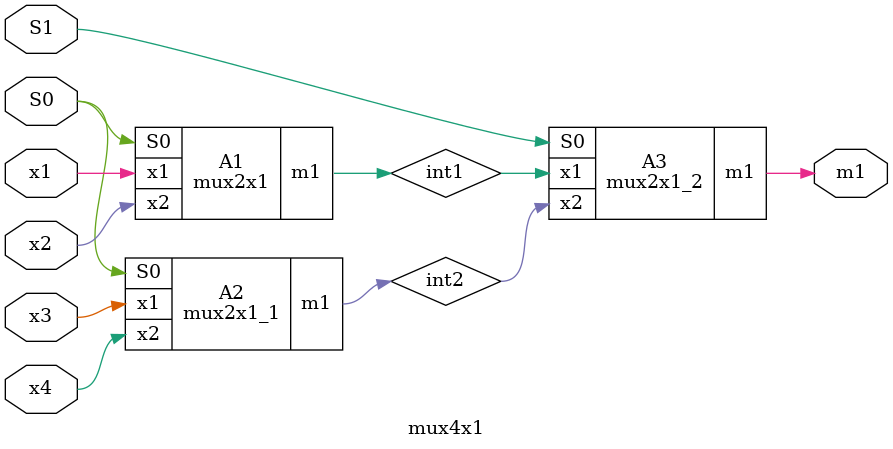
<source format=v>
/*
###############################################################
#  Generated by:      Cadence Innovus 16.21-s078_1
#  OS:                Linux x86_64(Host ID client02)
#  Generated on:      Sat Sep 14 14:53:18 2019
#  Design:            mux4x1
#  Command:           saveNetlist mux4x1-innovus-netlist.v
###############################################################
*/
// Generated by Cadence Genus(TM) Synthesis Solution 16.21-s018_1
// Generated on: Sep 12 2019 02:29:52 IST (Sep 11 2019 20:59:52 UTC)
// Verification Directory fv/mux4x1 
module mux2x1 (
	S0, 
	x1, 
	x2, 
	m1);
   input S0;
   input x1;
   input x2;
   output m1;

   MX2X1 g23 (.A(x1),
	.B(x2),
	.S0(S0),
	.Y(m1));
endmodule

module mux2x1_1 (
	S0, 
	x1, 
	x2, 
	m1);
   input S0;
   input x1;
   input x2;
   output m1;

   MX2X1 g23 (.A(x1),
	.B(x2),
	.S0(S0),
	.Y(m1));
endmodule

module mux2x1_2 (
	S0, 
	x1, 
	x2, 
	m1);
   input S0;
   input x1;
   input x2;
   output m1;

   MX2X1 g23 (.A(x1),
	.B(x2),
	.S0(S0),
	.Y(m1));
endmodule

module mux4x1 (
	S0, 
	S1, 
	x1, 
	x2, 
	x3, 
	x4, 
	m1);
   input S0;
   input S1;
   input x1;
   input x2;
   input x3;
   input x4;
   output m1;

   // Internal wires
   wire int1;
   wire int2;

   mux2x1 A1 (.S0(S0),
	.x1(x1),
	.x2(x2),
	.m1(int1));
   mux2x1_1 A2 (.S0(S0),
	.x1(x3),
	.x2(x4),
	.m1(int2));
   mux2x1_2 A3 (.S0(S1),
	.x1(int1),
	.x2(int2),
	.m1(m1));
endmodule


</source>
